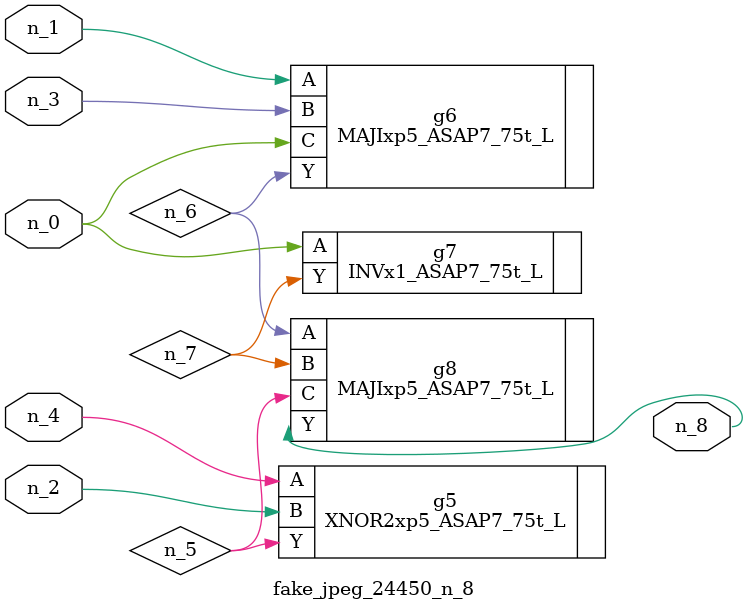
<source format=v>
module fake_jpeg_24450_n_8 (n_3, n_2, n_1, n_0, n_4, n_8);

input n_3;
input n_2;
input n_1;
input n_0;
input n_4;

output n_8;

wire n_6;
wire n_5;
wire n_7;

XNOR2xp5_ASAP7_75t_L g5 ( 
.A(n_4),
.B(n_2),
.Y(n_5)
);

MAJIxp5_ASAP7_75t_L g6 ( 
.A(n_1),
.B(n_3),
.C(n_0),
.Y(n_6)
);

INVx1_ASAP7_75t_L g7 ( 
.A(n_0),
.Y(n_7)
);

MAJIxp5_ASAP7_75t_L g8 ( 
.A(n_6),
.B(n_7),
.C(n_5),
.Y(n_8)
);


endmodule
</source>
